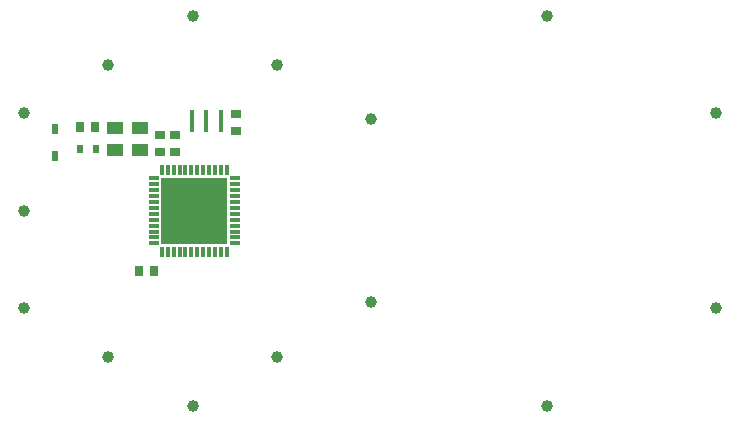
<source format=gbr>
G04*
G04 #@! TF.GenerationSoftware,Altium Limited,Altium Designer,25.8.1 (18)*
G04*
G04 Layer_Color=128*
%FSLAX25Y25*%
%MOIN*%
G70*
G04*
G04 #@! TF.SameCoordinates,4BE62294-00A5-47EF-9B78-CB70749D35C4*
G04*
G04*
G04 #@! TF.FilePolarity,Positive*
G04*
G01*
G75*
G04:AMPARAMS|DCode=29|XSize=39.37mil|YSize=39.37mil|CornerRadius=19.68mil|HoleSize=0mil|Usage=FLASHONLY|Rotation=150.000|XOffset=0mil|YOffset=0mil|HoleType=Round|Shape=RoundedRectangle|*
%AMROUNDEDRECTD29*
21,1,0.03937,0.00000,0,0,150.0*
21,1,0.00000,0.03937,0,0,150.0*
1,1,0.03937,0.00000,0.00000*
1,1,0.03937,0.00000,0.00000*
1,1,0.03937,0.00000,0.00000*
1,1,0.03937,0.00000,0.00000*
%
%ADD29ROUNDEDRECTD29*%
G04:AMPARAMS|DCode=30|XSize=39.37mil|YSize=39.37mil|CornerRadius=19.68mil|HoleSize=0mil|Usage=FLASHONLY|Rotation=90.000|XOffset=0mil|YOffset=0mil|HoleType=Round|Shape=RoundedRectangle|*
%AMROUNDEDRECTD30*
21,1,0.03937,0.00000,0,0,90.0*
21,1,0.00000,0.03937,0,0,90.0*
1,1,0.03937,0.00000,0.00000*
1,1,0.03937,0.00000,0.00000*
1,1,0.03937,0.00000,0.00000*
1,1,0.03937,0.00000,0.00000*
%
%ADD30ROUNDEDRECTD30*%
G04:AMPARAMS|DCode=31|XSize=39.37mil|YSize=39.37mil|CornerRadius=19.68mil|HoleSize=0mil|Usage=FLASHONLY|Rotation=210.000|XOffset=0mil|YOffset=0mil|HoleType=Round|Shape=RoundedRectangle|*
%AMROUNDEDRECTD31*
21,1,0.03937,0.00000,0,0,210.0*
21,1,0.00000,0.03937,0,0,210.0*
1,1,0.03937,0.00000,0.00000*
1,1,0.03937,0.00000,0.00000*
1,1,0.03937,0.00000,0.00000*
1,1,0.03937,0.00000,0.00000*
%
%ADD31ROUNDEDRECTD31*%
%ADD63R,0.01575X0.07480*%
%ADD64R,0.03504X0.02520*%
%ADD65R,0.03150X0.03740*%
%ADD66R,0.01968X0.03543*%
%ADD67R,0.22441X0.22441*%
%ADD68R,0.01181X0.03347*%
%ADD69R,0.03347X0.01181*%
%ADD70R,0.02362X0.03150*%
%ADD71R,0.05500X0.04300*%
D29*
X114449Y32520D02*
D03*
X-116326Y-32520D02*
D03*
X-116339Y0D02*
D03*
D30*
X-661Y30520D02*
D03*
X114449Y-32520D02*
D03*
X-661Y-30520D02*
D03*
X-116326Y32520D02*
D03*
X-31850Y-48780D02*
D03*
X-88150Y48780D02*
D03*
D31*
X58110Y65039D02*
D03*
Y-65039D02*
D03*
X-60000Y65039D02*
D03*
Y-65039D02*
D03*
X-88150Y-48780D02*
D03*
X-31850Y48780D02*
D03*
D63*
X-60112Y29965D02*
D03*
X-50664D02*
D03*
X-55388D02*
D03*
D64*
X-45646Y32214D02*
D03*
Y26702D02*
D03*
X-70959Y19707D02*
D03*
X-65959D02*
D03*
Y25219D02*
D03*
X-70959D02*
D03*
D65*
X-97361Y28000D02*
D03*
X-77861Y-20000D02*
D03*
X-72939D02*
D03*
X-92439Y28000D02*
D03*
D66*
X-105713Y27201D02*
D03*
Y18146D02*
D03*
D67*
X-59400Y0D02*
D03*
D68*
X-56447Y13583D02*
D03*
X-54479D02*
D03*
X-70227Y-13583D02*
D03*
X-52510Y13583D02*
D03*
X-68258Y-13583D02*
D03*
X-50542D02*
D03*
X-54479D02*
D03*
X-52510D02*
D03*
X-60384Y13583D02*
D03*
X-62353D02*
D03*
X-64321D02*
D03*
X-58416D02*
D03*
X-70227D02*
D03*
X-68258D02*
D03*
X-66290D02*
D03*
X-50542D02*
D03*
X-48573D02*
D03*
Y-13583D02*
D03*
X-56447D02*
D03*
X-58416D02*
D03*
X-60384D02*
D03*
X-62353D02*
D03*
X-64321D02*
D03*
X-66290D02*
D03*
D69*
X-45817Y-984D02*
D03*
X-72983Y-10827D02*
D03*
X-45817Y10827D02*
D03*
Y8858D02*
D03*
Y6890D02*
D03*
Y4921D02*
D03*
Y2953D02*
D03*
Y984D02*
D03*
Y-2953D02*
D03*
Y-4921D02*
D03*
Y-6890D02*
D03*
Y-8858D02*
D03*
Y-10827D02*
D03*
X-72983Y-8858D02*
D03*
Y-6890D02*
D03*
Y-4921D02*
D03*
Y-2953D02*
D03*
Y-984D02*
D03*
Y984D02*
D03*
Y2953D02*
D03*
Y4921D02*
D03*
Y6890D02*
D03*
Y8858D02*
D03*
Y10827D02*
D03*
D70*
X-92144Y20500D02*
D03*
X-97656D02*
D03*
D71*
X-77400Y27650D02*
D03*
Y20350D02*
D03*
X-85900D02*
D03*
Y27650D02*
D03*
M02*

</source>
